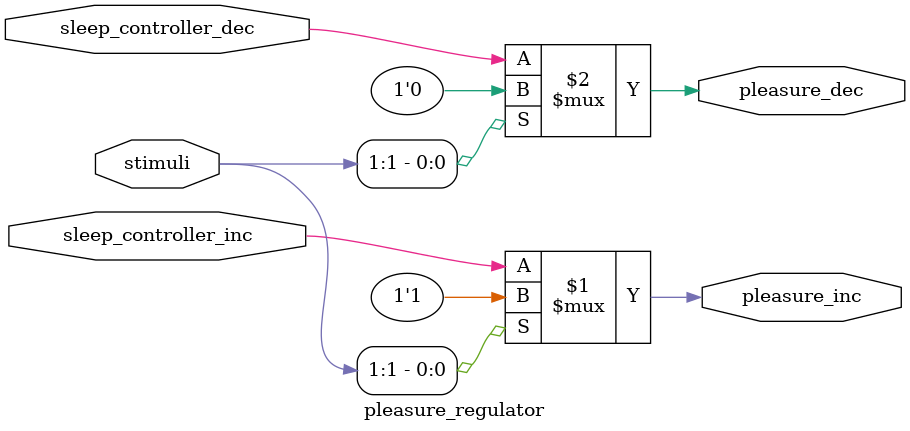
<source format=v>
`default_nettype none

module pleasure_regulator (
    input wire sleep_controller_inc,
    input wire sleep_controller_dec,
    input wire [6:0] stimuli,
    output wire pleasure_inc, 
    output wire pleasure_dec
);

    // Currently no complex decision
    assign pleasure_inc = stimuli[1] ? 1'b1 : sleep_controller_inc;
    assign pleasure_dec = stimuli[1] ? 1'b0 : sleep_controller_dec;

endmodule
</source>
